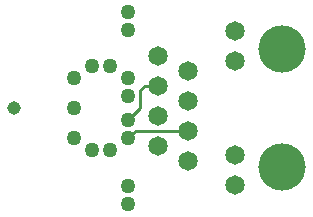
<source format=gbr>
G04 #@! TF.FileFunction,Copper,L4,Bot,Signal*
%FSLAX46Y46*%
G04 Gerber Fmt 4.6, Leading zero omitted, Abs format (unit mm)*
G04 Created by KiCad (PCBNEW 4.0.7) date Sun Apr 29 11:23:18 2018*
%MOMM*%
%LPD*%
G01*
G04 APERTURE LIST*
%ADD10C,0.100000*%
%ADD11C,1.270000*%
%ADD12C,1.651000*%
%ADD13C,4.000000*%
%ADD14C,1.143000*%
%ADD15C,0.254000*%
G04 APERTURE END LIST*
D10*
D11*
X134620000Y-104140000D03*
X134620000Y-99060000D03*
X134620000Y-101600000D03*
D12*
X144250000Y-106040000D03*
X141710000Y-104770000D03*
X144250000Y-103500000D03*
X141710000Y-102230000D03*
X144250000Y-100960000D03*
X141710000Y-99690000D03*
X144250000Y-98420000D03*
X141710000Y-97150000D03*
D13*
X152250000Y-106600000D03*
X152250000Y-96600000D03*
D12*
X148250000Y-108130000D03*
X148250000Y-105590000D03*
X148250000Y-97610000D03*
X148250000Y-95070000D03*
D14*
X129540000Y-101600000D03*
D11*
X136144000Y-98044000D03*
X137668000Y-98044000D03*
X139192000Y-99060000D03*
X139192000Y-100584000D03*
X139192000Y-102616000D03*
X139192000Y-104140000D03*
X137668000Y-105156000D03*
X136144000Y-105156000D03*
X139192000Y-109728000D03*
X139192000Y-108204000D03*
X139192000Y-94996000D03*
X139192000Y-93472000D03*
D15*
X144250000Y-103500000D02*
X139832000Y-103500000D01*
X139832000Y-103500000D02*
X139827000Y-103505000D01*
X139827000Y-103505000D02*
X139192000Y-104140000D01*
X141710000Y-99690000D02*
X140594000Y-99690000D01*
X140594000Y-99690000D02*
X140208000Y-100076000D01*
X140208000Y-100076000D02*
X140208000Y-101600000D01*
X140208000Y-101600000D02*
X139192000Y-102616000D01*
M02*

</source>
